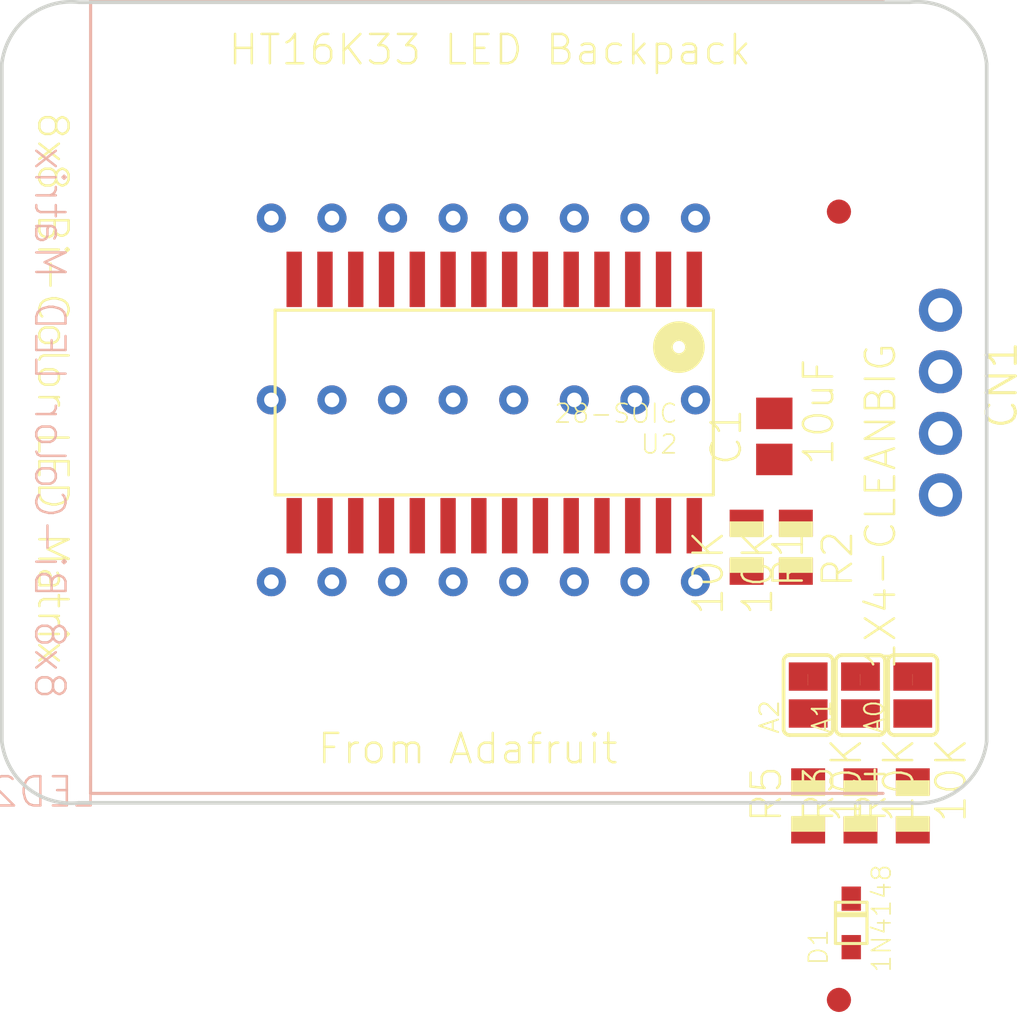
<source format=kicad_pcb>
(kicad_pcb (version 20171130) (host pcbnew "(5.0.0-rc2-dev-623-g26197c333)")

  (general
    (thickness 1.6)
    (drawings 23)
    (tracks 0)
    (zones 0)
    (modules 15)
    (nets 33)
  )

  (page A4)
  (layers
    (0 Top signal)
    (1 Route2 signal hide)
    (2 Route3 signal hide)
    (3 Route4 signal hide)
    (4 Route5 signal hide)
    (5 Route6 signal hide)
    (6 Route7 signal hide)
    (7 Route8 signal hide)
    (8 Route9 signal hide)
    (9 Route10 signal hide)
    (10 Route11 signal hide)
    (11 Route12 signal hide)
    (12 Route13 signal hide)
    (13 Route14 signal hide)
    (14 Route15 signal hide)
    (31 Bottom signal hide)
    (32 B.Adhes user hide)
    (33 F.Adhes user hide)
    (34 B.Paste user hide)
    (35 F.Paste user)
    (36 B.SilkS user hide)
    (37 F.SilkS user)
    (38 B.Mask user hide)
    (39 F.Mask user)
    (40 Dwgs.User user hide)
    (41 Cmts.User user hide)
    (42 Eco1.User user hide)
    (43 Eco2.User user hide)
    (44 Edge.Cuts user)
    (45 Margin user hide)
    (46 B.CrtYd user hide)
    (47 F.CrtYd user)
    (48 B.Fab user hide)
    (49 F.Fab user)
  )

  (setup
    (last_trace_width 0.25)
    (trace_clearance 0.2)
    (zone_clearance 0.508)
    (zone_45_only no)
    (trace_min 0.2)
    (segment_width 0.2)
    (edge_width 0.15)
    (via_size 0.8)
    (via_drill 0.4)
    (via_min_size 0.4)
    (via_min_drill 0.3)
    (uvia_size 0.3)
    (uvia_drill 0.1)
    (uvias_allowed no)
    (uvia_min_size 0.2)
    (uvia_min_drill 0.1)
    (pcb_text_width 0.3)
    (pcb_text_size 1.5 1.5)
    (mod_edge_width 0.15)
    (mod_text_size 1 1)
    (mod_text_width 0.15)
    (pad_size 1.524 1.524)
    (pad_drill 0.762)
    (pad_to_mask_clearance 0.2)
    (aux_axis_origin 0 0)
    (visible_elements 7FFFFFFF)
    (pcbplotparams
      (layerselection 0x010fc_ffffffff)
      (usegerberextensions false)
      (usegerberattributes false)
      (usegerberadvancedattributes false)
      (creategerberjobfile false)
      (excludeedgelayer true)
      (linewidth 0.100000)
      (plotframeref false)
      (viasonmask false)
      (mode 1)
      (useauxorigin false)
      (hpglpennumber 1)
      (hpglpenspeed 20)
      (hpglpendiameter 15)
      (psnegative false)
      (psa4output false)
      (plotreference true)
      (plotvalue true)
      (plotinvisibletext false)
      (padsonsilk false)
      (subtractmaskfromsilk false)
      (outputformat 1)
      (mirror false)
      (drillshape 1)
      (scaleselection 1)
      (outputdirectory ""))
  )

  (net 0 "")
  (net 1 VDD)
  (net 2 GND)
  (net 3 /SCL)
  (net 4 /SDA)
  (net 5 /A1)
  (net 6 "Net-(A1-Pad1)")
  (net 7 /A0)
  (net 8 "Net-(A0-Pad1)")
  (net 9 "Net-(D1-PadC)")
  (net 10 "Net-(LED2-Pad13)")
  (net 11 "Net-(LED2-Pad14)")
  (net 12 "Net-(LED2-Pad15)")
  (net 13 "Net-(LED2-Pad12)")
  (net 14 "Net-(LED2-Pad11)")
  (net 15 "Net-(LED2-Pad10)")
  (net 16 "Net-(LED2-Pad9)")
  (net 17 "Net-(LED2-Pad23)")
  (net 18 "Net-(D1-PadA)")
  (net 19 "Net-(LED2-Pad20)")
  (net 20 "Net-(LED2-Pad19)")
  (net 21 "Net-(LED2-Pad17)")
  (net 22 "Net-(LED2-Pad8)")
  (net 23 "Net-(LED2-Pad5)")
  (net 24 "Net-(LED2-Pad4)")
  (net 25 "Net-(A2-Pad1)")
  (net 26 "Net-(LED2-Pad24)")
  (net 27 "Net-(LED2-Pad22)")
  (net 28 "Net-(LED2-Pad21)")
  (net 29 "Net-(LED2-Pad18)")
  (net 30 "Net-(LED2-Pad3)")
  (net 31 "Net-(LED2-Pad2)")
  (net 32 "Net-(LED2-Pad1)")

  (net_class Default "This is the default net class."
    (clearance 0.2)
    (trace_width 0.25)
    (via_dia 0.8)
    (via_drill 0.4)
    (uvia_dia 0.3)
    (uvia_drill 0.1)
    (add_net /A0)
    (add_net /A1)
    (add_net /SCL)
    (add_net /SDA)
    (add_net GND)
    (add_net "Net-(A0-Pad1)")
    (add_net "Net-(A1-Pad1)")
    (add_net "Net-(A2-Pad1)")
    (add_net "Net-(D1-PadA)")
    (add_net "Net-(D1-PadC)")
    (add_net "Net-(LED2-Pad1)")
    (add_net "Net-(LED2-Pad10)")
    (add_net "Net-(LED2-Pad11)")
    (add_net "Net-(LED2-Pad12)")
    (add_net "Net-(LED2-Pad13)")
    (add_net "Net-(LED2-Pad14)")
    (add_net "Net-(LED2-Pad15)")
    (add_net "Net-(LED2-Pad17)")
    (add_net "Net-(LED2-Pad18)")
    (add_net "Net-(LED2-Pad19)")
    (add_net "Net-(LED2-Pad2)")
    (add_net "Net-(LED2-Pad20)")
    (add_net "Net-(LED2-Pad21)")
    (add_net "Net-(LED2-Pad22)")
    (add_net "Net-(LED2-Pad23)")
    (add_net "Net-(LED2-Pad24)")
    (add_net "Net-(LED2-Pad3)")
    (add_net "Net-(LED2-Pad4)")
    (add_net "Net-(LED2-Pad5)")
    (add_net "Net-(LED2-Pad8)")
    (add_net "Net-(LED2-Pad9)")
    (add_net VDD)
  )

  (module "Adafruit bicolor 8x8:788AHG" (layer Bottom) (tedit 5AEB3DF5) (tstamp 5AEB611F)
    (at 148.195 104.775)
    (descr "<b>Source: </b>http://www.betlux.com/product/led_dot_matrix/BL-M12A883xx.PDF")
    (path /221661FE)
    (fp_text reference LED2 (at -16 17) (layer B.SilkS)
      (effects (font (size 1.2065 1.2065) (thickness 0.1016)) (justify left bottom mirror))
    )
    (fp_text value DISP_SEGMENT_8X8_BICOLOR_ROWCATHODEMI2A883XX (at -16 -18) (layer B.SilkS)
      (effects (font (size 1.2065 1.2065) (thickness 0.1016)) (justify left bottom mirror))
    )
    (fp_poly (pts (xy 22.47 9.96) (xy 25.47 9.96) (xy 25.47 12.96) (xy 22.47 12.96)) (layer B.Fab) (width 0))
    (fp_line (start -16.35 -16.35) (end -16.35 16.35) (layer B.Fab) (width 0.127))
    (fp_line (start 16.35 -16.35) (end -16.35 -16.35) (layer B.Fab) (width 0.127))
    (fp_line (start -16.35 16.35) (end 16.35 16.35) (layer B.Fab) (width 0.127))
    (fp_line (start -16.35 -16.35) (end -16.35 16.35) (layer B.SilkS) (width 0.127))
    (fp_line (start 16.35 -16.35) (end -16.35 -16.35) (layer B.SilkS) (width 0.127))
    (fp_line (start -16.35 16.35) (end 16.35 16.35) (layer B.SilkS) (width 0.127))
    (pad 24 thru_hole circle (at 8.61 -7.38 180) (size 1.2 1.2) (drill 0.6) (layers *.Cu *.Mask)
      (net 26 "Net-(LED2-Pad24)") (solder_mask_margin 0.1016))
    (pad 23 thru_hole circle (at 6.11 -7.38 180) (size 1.2 1.2) (drill 0.6) (layers *.Cu *.Mask)
      (net 17 "Net-(LED2-Pad23)") (solder_mask_margin 0.1016))
    (pad 22 thru_hole circle (at 3.61 -7.38 180) (size 1.2 1.2) (drill 0.6) (layers *.Cu *.Mask)
      (net 27 "Net-(LED2-Pad22)") (solder_mask_margin 0.1016))
    (pad 21 thru_hole circle (at 1.11 -7.38 180) (size 1.2 1.2) (drill 0.6) (layers *.Cu *.Mask)
      (net 28 "Net-(LED2-Pad21)") (solder_mask_margin 0.1016))
    (pad 20 thru_hole circle (at -1.39 -7.38 180) (size 1.2 1.2) (drill 0.6) (layers *.Cu *.Mask)
      (net 19 "Net-(LED2-Pad20)") (solder_mask_margin 0.1016))
    (pad 19 thru_hole circle (at -3.89 -7.38 180) (size 1.2 1.2) (drill 0.6) (layers *.Cu *.Mask)
      (net 20 "Net-(LED2-Pad19)") (solder_mask_margin 0.1016))
    (pad 18 thru_hole circle (at -6.39 -7.38 180) (size 1.2 1.2) (drill 0.6) (layers *.Cu *.Mask)
      (net 29 "Net-(LED2-Pad18)") (solder_mask_margin 0.1016))
    (pad 17 thru_hole circle (at -8.89 -7.38 180) (size 1.2 1.2) (drill 0.6) (layers *.Cu *.Mask)
      (net 21 "Net-(LED2-Pad17)") (solder_mask_margin 0.1016))
    (pad 16 thru_hole circle (at 8.61 0.12 180) (size 1.2 1.2) (drill 0.6) (layers *.Cu *.Mask)
      (net 18 "Net-(D1-PadA)") (solder_mask_margin 0.1016))
    (pad 15 thru_hole circle (at 6.11 0.12 180) (size 1.2 1.2) (drill 0.6) (layers *.Cu *.Mask)
      (net 12 "Net-(LED2-Pad15)") (solder_mask_margin 0.1016))
    (pad 14 thru_hole circle (at 3.61 0.12 180) (size 1.2 1.2) (drill 0.6) (layers *.Cu *.Mask)
      (net 11 "Net-(LED2-Pad14)") (solder_mask_margin 0.1016))
    (pad 13 thru_hole circle (at 1.11 0.12 180) (size 1.2 1.2) (drill 0.6) (layers *.Cu *.Mask)
      (net 10 "Net-(LED2-Pad13)") (solder_mask_margin 0.1016))
    (pad 12 thru_hole circle (at -1.39 0.12 180) (size 1.2 1.2) (drill 0.6) (layers *.Cu *.Mask)
      (net 13 "Net-(LED2-Pad12)") (solder_mask_margin 0.1016))
    (pad 11 thru_hole circle (at -3.89 0.12 180) (size 1.2 1.2) (drill 0.6) (layers *.Cu *.Mask)
      (net 14 "Net-(LED2-Pad11)") (solder_mask_margin 0.1016))
    (pad 10 thru_hole circle (at -6.39 0.12 180) (size 1.2 1.2) (drill 0.6) (layers *.Cu *.Mask)
      (net 15 "Net-(LED2-Pad10)") (solder_mask_margin 0.1016))
    (pad 9 thru_hole circle (at -8.89 0.12 180) (size 1.2 1.2) (drill 0.6) (layers *.Cu *.Mask)
      (net 16 "Net-(LED2-Pad9)") (solder_mask_margin 0.1016))
    (pad 8 thru_hole circle (at 8.61 7.62 180) (size 1.2 1.2) (drill 0.6) (layers *.Cu *.Mask)
      (net 22 "Net-(LED2-Pad8)") (solder_mask_margin 0.1016))
    (pad 7 thru_hole circle (at 6.11 7.62 180) (size 1.2 1.2) (drill 0.6) (layers *.Cu *.Mask)
      (net 5 /A1) (solder_mask_margin 0.1016))
    (pad 6 thru_hole circle (at 3.61 7.62 180) (size 1.2 1.2) (drill 0.6) (layers *.Cu *.Mask)
      (net 7 /A0) (solder_mask_margin 0.1016))
    (pad 5 thru_hole circle (at 1.11 7.62 180) (size 1.2 1.2) (drill 0.6) (layers *.Cu *.Mask)
      (net 23 "Net-(LED2-Pad5)") (solder_mask_margin 0.1016))
    (pad 4 thru_hole circle (at -1.39 7.62 180) (size 1.2 1.2) (drill 0.6) (layers *.Cu *.Mask)
      (net 24 "Net-(LED2-Pad4)") (solder_mask_margin 0.1016))
    (pad 3 thru_hole circle (at -3.89 7.62 180) (size 1.2 1.2) (drill 0.6) (layers *.Cu *.Mask)
      (net 30 "Net-(LED2-Pad3)") (solder_mask_margin 0.1016))
    (pad 2 thru_hole circle (at -6.39 7.62 180) (size 1.2 1.2) (drill 0.6) (layers *.Cu *.Mask)
      (net 31 "Net-(LED2-Pad2)") (solder_mask_margin 0.1016))
    (pad 1 thru_hole circle (at -8.89 7.62 180) (size 1.2 1.2) (drill 0.6) (layers *.Cu *.Mask)
      (net 32 "Net-(LED2-Pad1)") (solder_mask_margin 0.1016))
  )

  (module "Adafruit bicolor 8x8:R0805" (layer Top) (tedit 0) (tstamp 5AE9B84A)
    (at 158.9151 110.9726 270)
    (descr "<b>RESISTOR</b><p>\nchip")
    (path /DE04AF3C)
    (fp_text reference R1 (at -0.762 -1.016 270) (layer F.SilkS)
      (effects (font (size 1.2065 1.2065) (thickness 0.1016)) (justify right top))
    )
    (fp_text value 10K (at -0.762 2.286 270) (layer F.SilkS)
      (effects (font (size 1.2065 1.2065) (thickness 0.1016)) (justify right top))
    )
    (fp_poly (pts (xy -0.1999 0.5001) (xy 0.1999 0.5001) (xy 0.1999 -0.5001) (xy -0.1999 -0.5001)) (layer F.Adhes) (width 0))
    (fp_poly (pts (xy -1.0668 0.6985) (xy -0.4168 0.6985) (xy -0.4168 -0.7015) (xy -1.0668 -0.7015)) (layer F.SilkS) (width 0))
    (fp_poly (pts (xy 0.4064 0.6985) (xy 1.0564 0.6985) (xy 1.0564 -0.7015) (xy 0.4064 -0.7015)) (layer F.SilkS) (width 0))
    (fp_line (start -1.973 0.983) (end -1.973 -0.983) (layer Dwgs.User) (width 0.0508))
    (fp_line (start 1.973 0.983) (end -1.973 0.983) (layer Dwgs.User) (width 0.0508))
    (fp_line (start 1.973 -0.983) (end 1.973 0.983) (layer Dwgs.User) (width 0.0508))
    (fp_line (start -1.973 -0.983) (end 1.973 -0.983) (layer Dwgs.User) (width 0.0508))
    (fp_line (start -0.41 0.635) (end 0.41 0.635) (layer F.Fab) (width 0.1524))
    (fp_line (start -0.41 -0.635) (end 0.41 -0.635) (layer F.Fab) (width 0.1524))
    (pad 2 smd rect (at 1 0 270) (size 1.1 1.4) (layers Top F.Paste F.Mask)
      (net 3 /SCL) (solder_mask_margin 0.1016))
    (pad 1 smd rect (at -1 0 270) (size 1.1 1.4) (layers Top F.Paste F.Mask)
      (net 1 VDD) (solder_mask_margin 0.1016))
  )

  (module "Adafruit bicolor 8x8:R0805" (layer Top) (tedit 0) (tstamp 5AE9B858)
    (at 160.9471 110.9726 270)
    (descr "<b>RESISTOR</b><p>\nchip")
    (path /0F3C4881)
    (fp_text reference R2 (at -0.762 -1.016 270) (layer F.SilkS)
      (effects (font (size 1.2065 1.2065) (thickness 0.1016)) (justify right top))
    )
    (fp_text value 10K (at -0.762 2.286 270) (layer F.SilkS)
      (effects (font (size 1.2065 1.2065) (thickness 0.1016)) (justify right top))
    )
    (fp_poly (pts (xy -0.1999 0.5001) (xy 0.1999 0.5001) (xy 0.1999 -0.5001) (xy -0.1999 -0.5001)) (layer F.Adhes) (width 0))
    (fp_poly (pts (xy -1.0668 0.6985) (xy -0.4168 0.6985) (xy -0.4168 -0.7015) (xy -1.0668 -0.7015)) (layer F.SilkS) (width 0))
    (fp_poly (pts (xy 0.4064 0.6985) (xy 1.0564 0.6985) (xy 1.0564 -0.7015) (xy 0.4064 -0.7015)) (layer F.SilkS) (width 0))
    (fp_line (start -1.973 0.983) (end -1.973 -0.983) (layer Dwgs.User) (width 0.0508))
    (fp_line (start 1.973 0.983) (end -1.973 0.983) (layer Dwgs.User) (width 0.0508))
    (fp_line (start 1.973 -0.983) (end 1.973 0.983) (layer Dwgs.User) (width 0.0508))
    (fp_line (start -1.973 -0.983) (end 1.973 -0.983) (layer Dwgs.User) (width 0.0508))
    (fp_line (start -0.41 0.635) (end 0.41 0.635) (layer F.Fab) (width 0.1524))
    (fp_line (start -0.41 -0.635) (end 0.41 -0.635) (layer F.Fab) (width 0.1524))
    (pad 2 smd rect (at 1 0 270) (size 1.1 1.4) (layers Top F.Paste F.Mask)
      (net 4 /SDA) (solder_mask_margin 0.1016))
    (pad 1 smd rect (at -1 0 270) (size 1.1 1.4) (layers Top F.Paste F.Mask)
      (net 1 VDD) (solder_mask_margin 0.1016))
  )

  (module "Adafruit bicolor 8x8:1X04-CLEANBIG" (layer Top) (tedit 0) (tstamp 5AE9B866)
    (at 166.9161 105.0036 270)
    (path /496D2C97)
    (fp_text reference CN1 (at -2.6162 -1.8288 270) (layer F.SilkS)
      (effects (font (size 1.2065 1.2065) (thickness 0.127)) (justify right top))
    )
    (fp_text value 1X4-CLEANBIG (at -2.54 3.175 270) (layer F.SilkS)
      (effects (font (size 1.2065 1.2065) (thickness 0.1016)) (justify right top))
    )
    (fp_poly (pts (xy -4.064 0.254) (xy -3.556 0.254) (xy -3.556 -0.254) (xy -4.064 -0.254)) (layer F.Fab) (width 0))
    (fp_poly (pts (xy -1.524 0.254) (xy -1.016 0.254) (xy -1.016 -0.254) (xy -1.524 -0.254)) (layer F.Fab) (width 0))
    (fp_poly (pts (xy 1.016 0.254) (xy 1.524 0.254) (xy 1.524 -0.254) (xy 1.016 -0.254)) (layer F.Fab) (width 0))
    (fp_poly (pts (xy 3.556 0.254) (xy 4.064 0.254) (xy 4.064 -0.254) (xy 3.556 -0.254)) (layer F.Fab) (width 0))
    (pad 4 thru_hole circle (at 3.81 0) (size 1.778 1.778) (drill 1.016) (layers *.Cu *.Mask)
      (net 1 VDD) (solder_mask_margin 0.1016))
    (pad 3 thru_hole circle (at 1.27 0) (size 1.778 1.778) (drill 1.016) (layers *.Cu *.Mask)
      (net 2 GND) (solder_mask_margin 0.1016))
    (pad 2 thru_hole circle (at -1.27 0) (size 1.778 1.778) (drill 1.016) (layers *.Cu *.Mask)
      (net 4 /SDA) (solder_mask_margin 0.1016))
    (pad 1 thru_hole circle (at -3.81 0) (size 1.778 1.778) (drill 1.016) (layers *.Cu *.Mask)
      (net 3 /SCL) (solder_mask_margin 0.1016))
  )

  (module "Adafruit bicolor 8x8:SOLDERJUMPER_REFLOW_NOPASTE" (layer Top) (tedit 0) (tstamp 5AE9B871)
    (at 163.6141 117.0686 90)
    (path /EA64C37F)
    (fp_text reference A1 (at -1.651 -1.143 90) (layer F.SilkS)
      (effects (font (size 0.77216 0.77216) (thickness 0.08128)) (justify left bottom))
    )
    (fp_text value SOLDERJUMPERREFLOW_NOPASTE (at 0.4001 0 90) (layer F.SilkS)
      (effects (font (size 0.019 0.019) (thickness 0.0016)) (justify left bottom))
    )
    (fp_poly (pts (xy -0.0762 0.9144) (xy 0.0762 0.9144) (xy 0.0762 -0.9144) (xy -0.0762 -0.9144)) (layer F.Mask) (width 0))
    (fp_arc (start 0.254 0) (end 0.254 -0.127) (angle 180) (layer F.Fab) (width 1.27))
    (fp_arc (start -0.254 0) (end -0.254 0.127) (angle 180) (layer F.Fab) (width 1.27))
    (fp_line (start -1.016 0) (end -1.524 0) (layer F.Fab) (width 0.1524))
    (fp_line (start 1.016 0) (end 1.524 0) (layer F.Fab) (width 0.1524))
    (fp_line (start -1.397 -1.016) (end 1.397 -1.016) (layer F.SilkS) (width 0.1524))
    (fp_line (start -1.651 0.762) (end -1.651 -0.762) (layer F.SilkS) (width 0.1524))
    (fp_line (start 1.651 0.762) (end 1.651 -0.762) (layer F.SilkS) (width 0.1524))
    (fp_arc (start 1.397 0.762) (end 1.397 1.016) (angle -90) (layer F.SilkS) (width 0.1524))
    (fp_arc (start -1.397 0.762) (end -1.651 0.762) (angle -90) (layer F.SilkS) (width 0.1524))
    (fp_arc (start -1.397 -0.762) (end -1.651 -0.762) (angle 90) (layer F.SilkS) (width 0.1524))
    (fp_arc (start 1.397 -0.762) (end 1.397 -1.016) (angle 90) (layer F.SilkS) (width 0.1524))
    (fp_line (start 1.397 1.016) (end -1.397 1.016) (layer F.SilkS) (width 0.1524))
    (pad 2 smd rect (at 0.762 0 90) (size 1.1684 1.6002) (layers Top F.Mask)
      (net 5 /A1) (solder_mask_margin 0.1016))
    (pad 1 smd rect (at -0.762 0 90) (size 1.1684 1.6002) (layers Top F.Mask)
      (net 6 "Net-(A1-Pad1)") (solder_mask_margin 0.1016))
  )

  (module "Adafruit bicolor 8x8:SOLDERJUMPER_REFLOW_NOPASTE" (layer Top) (tedit 0) (tstamp 5AE9B883)
    (at 165.7731 117.0686 90)
    (path /CA8A32A2)
    (fp_text reference A0 (at -1.651 -1.143 90) (layer F.SilkS)
      (effects (font (size 0.77216 0.77216) (thickness 0.08128)) (justify left bottom))
    )
    (fp_text value SOLDERJUMPERREFLOW_NOPASTE (at 0.4001 0 90) (layer F.SilkS)
      (effects (font (size 0.019 0.019) (thickness 0.0016)) (justify left bottom))
    )
    (fp_poly (pts (xy -0.0762 0.9144) (xy 0.0762 0.9144) (xy 0.0762 -0.9144) (xy -0.0762 -0.9144)) (layer F.Mask) (width 0))
    (fp_arc (start 0.254 0) (end 0.254 -0.127) (angle 180) (layer F.Fab) (width 1.27))
    (fp_arc (start -0.254 0) (end -0.254 0.127) (angle 180) (layer F.Fab) (width 1.27))
    (fp_line (start -1.016 0) (end -1.524 0) (layer F.Fab) (width 0.1524))
    (fp_line (start 1.016 0) (end 1.524 0) (layer F.Fab) (width 0.1524))
    (fp_line (start -1.397 -1.016) (end 1.397 -1.016) (layer F.SilkS) (width 0.1524))
    (fp_line (start -1.651 0.762) (end -1.651 -0.762) (layer F.SilkS) (width 0.1524))
    (fp_line (start 1.651 0.762) (end 1.651 -0.762) (layer F.SilkS) (width 0.1524))
    (fp_arc (start 1.397 0.762) (end 1.397 1.016) (angle -90) (layer F.SilkS) (width 0.1524))
    (fp_arc (start -1.397 0.762) (end -1.651 0.762) (angle -90) (layer F.SilkS) (width 0.1524))
    (fp_arc (start -1.397 -0.762) (end -1.651 -0.762) (angle 90) (layer F.SilkS) (width 0.1524))
    (fp_arc (start 1.397 -0.762) (end 1.397 -1.016) (angle 90) (layer F.SilkS) (width 0.1524))
    (fp_line (start 1.397 1.016) (end -1.397 1.016) (layer F.SilkS) (width 0.1524))
    (pad 2 smd rect (at 0.762 0 90) (size 1.1684 1.6002) (layers Top F.Mask)
      (net 7 /A0) (solder_mask_margin 0.1016))
    (pad 1 smd rect (at -0.762 0 90) (size 1.1684 1.6002) (layers Top F.Mask)
      (net 8 "Net-(A0-Pad1)") (solder_mask_margin 0.1016))
  )

  (module "Adafruit bicolor 8x8:FIDUCIAL_1MM" (layer Top) (tedit 0) (tstamp 5AE9B895)
    (at 162.7251 97.1296)
    (path /89E33A62)
    (fp_text reference U$1 (at 0 0) (layer F.SilkS) hide
      (effects (font (size 1.27 1.27) (thickness 0.15)))
    )
    (fp_text value FIDUCIAL (at 0 0) (layer F.SilkS) hide
      (effects (font (size 1.27 1.27) (thickness 0.15)))
    )
    (fp_poly (pts (xy -1 0) (xy -0.974928 0.222521) (xy -0.900969 0.433884) (xy -0.781831 0.62349)
      (xy -0.62349 0.781831) (xy -0.433884 0.900969) (xy 0 1) (xy 0.222521 0.974928)
      (xy 0.433884 0.900969) (xy 0.62349 0.781831) (xy 0.781831 0.62349) (xy 0.900969 0.433884)
      (xy 1 0) (xy 0.974928 -0.222521) (xy 0.900969 -0.433884) (xy 0.781831 -0.62349)
      (xy 0.62349 -0.781831) (xy 0.433884 -0.900969) (xy 0 -1) (xy -0.222521 -0.974928)
      (xy -0.433884 -0.900969) (xy -0.62349 -0.781831) (xy -0.781831 -0.62349) (xy -0.900969 -0.433884)) (layer Dwgs.User) (width 0))
    (fp_poly (pts (xy -1 0) (xy -0.974928 0.222521) (xy -0.900969 0.433884) (xy -0.781831 0.62349)
      (xy -0.62349 0.781831) (xy -0.433884 0.900969) (xy 0 1) (xy 0.222521 0.974928)
      (xy 0.433884 0.900969) (xy 0.62349 0.781831) (xy 0.781831 0.62349) (xy 0.900969 0.433884)
      (xy 1 0) (xy 0.974928 -0.222521) (xy 0.900969 -0.433884) (xy 0.781831 -0.62349)
      (xy 0.62349 -0.781831) (xy 0.433884 -0.900969) (xy 0 -1) (xy -0.222521 -0.974928)
      (xy -0.433884 -0.900969) (xy -0.62349 -0.781831) (xy -0.781831 -0.62349) (xy -0.900969 -0.433884)) (layer F.Mask) (width 0))
    (pad 1 smd roundrect (at 0 0) (size 1 1) (layers Top F.Mask)(roundrect_rratio 0.5)
      (solder_mask_margin 0.1016))
  )

  (module "Adafruit bicolor 8x8:FIDUCIAL_1MM" (layer Top) (tedit 0) (tstamp 5AE9B89B)
    (at 162.7251 129.6416)
    (path /87B7DF34)
    (fp_text reference U$2 (at 0 0) (layer F.SilkS) hide
      (effects (font (size 1.27 1.27) (thickness 0.15)))
    )
    (fp_text value FIDUCIAL (at 0 0) (layer F.SilkS) hide
      (effects (font (size 1.27 1.27) (thickness 0.15)))
    )
    (fp_poly (pts (xy -1 0) (xy -0.974928 0.222521) (xy -0.900969 0.433884) (xy -0.781831 0.62349)
      (xy -0.62349 0.781831) (xy -0.433884 0.900969) (xy 0 1) (xy 0.222521 0.974928)
      (xy 0.433884 0.900969) (xy 0.62349 0.781831) (xy 0.781831 0.62349) (xy 0.900969 0.433884)
      (xy 1 0) (xy 0.974928 -0.222521) (xy 0.900969 -0.433884) (xy 0.781831 -0.62349)
      (xy 0.62349 -0.781831) (xy 0.433884 -0.900969) (xy 0 -1) (xy -0.222521 -0.974928)
      (xy -0.433884 -0.900969) (xy -0.62349 -0.781831) (xy -0.781831 -0.62349) (xy -0.900969 -0.433884)) (layer Dwgs.User) (width 0))
    (fp_poly (pts (xy -1 0) (xy -0.974928 0.222521) (xy -0.900969 0.433884) (xy -0.781831 0.62349)
      (xy -0.62349 0.781831) (xy -0.433884 0.900969) (xy 0 1) (xy 0.222521 0.974928)
      (xy 0.433884 0.900969) (xy 0.62349 0.781831) (xy 0.781831 0.62349) (xy 0.900969 0.433884)
      (xy 1 0) (xy 0.974928 -0.222521) (xy 0.900969 -0.433884) (xy 0.781831 -0.62349)
      (xy 0.62349 -0.781831) (xy 0.433884 -0.900969) (xy 0 -1) (xy -0.222521 -0.974928)
      (xy -0.433884 -0.900969) (xy -0.62349 -0.781831) (xy -0.781831 -0.62349) (xy -0.900969 -0.433884)) (layer F.Mask) (width 0))
    (pad 1 smd roundrect (at 0 0) (size 1 1) (layers Top F.Mask)(roundrect_rratio 0.5)
      (solder_mask_margin 0.1016))
  )

  (module "Adafruit bicolor 8x8:C0805" (layer Top) (tedit 0) (tstamp 5AE9B8A1)
    (at 160.0581 106.4006 90)
    (descr "<b>CAPACITOR</b><p>\nPad definition corrected 2006.05.15, librarian@cadsoft.de")
    (path /E7D47EA7)
    (fp_text reference C1 (at -1.27 -1.27 90) (layer F.SilkS)
      (effects (font (size 1.2065 1.2065) (thickness 0.1016)) (justify left bottom))
    )
    (fp_text value 10uF (at -1.27 2.54 90) (layer F.SilkS)
      (effects (font (size 1.2065 1.2065) (thickness 0.1016)) (justify left bottom))
    )
    (fp_poly (pts (xy -0.1001 0.4001) (xy 0.1001 0.4001) (xy 0.1001 -0.4001) (xy -0.1001 -0.4001)) (layer F.Adhes) (width 0))
    (fp_poly (pts (xy 0.3556 0.7239) (xy 1.1057 0.7239) (xy 1.1057 -0.7262) (xy 0.3556 -0.7262)) (layer F.Fab) (width 0))
    (fp_poly (pts (xy -1.0922 0.7239) (xy -0.3421 0.7239) (xy -0.3421 -0.7262) (xy -1.0922 -0.7262)) (layer F.Fab) (width 0))
    (fp_line (start 1.973 -0.983) (end 1.973 0.983) (layer Dwgs.User) (width 0.0508))
    (fp_line (start -0.356 0.66) (end 0.381 0.66) (layer F.Fab) (width 0.1016))
    (fp_line (start -0.381 -0.66) (end 0.381 -0.66) (layer F.Fab) (width 0.1016))
    (fp_line (start -1.973 0.983) (end -1.973 -0.983) (layer Dwgs.User) (width 0.0508))
    (fp_line (start 1.973 0.983) (end -1.973 0.983) (layer Dwgs.User) (width 0.0508))
    (fp_line (start -1.973 -0.983) (end 1.973 -0.983) (layer Dwgs.User) (width 0.0508))
    (pad 2 smd rect (at 0.95 0 90) (size 1.3 1.5) (layers Top F.Paste F.Mask)
      (net 2 GND) (solder_mask_margin 0.1016))
    (pad 1 smd rect (at -0.95 0 90) (size 1.3 1.5) (layers Top F.Paste F.Mask)
      (net 1 VDD) (solder_mask_margin 0.1016))
  )

  (module "Adafruit bicolor 8x8:R0805" (layer Top) (tedit 0) (tstamp 5AE9B8AF)
    (at 163.6141 121.6406 90)
    (descr "<b>RESISTOR</b><p>\nchip")
    (path /2A684572)
    (fp_text reference R3 (at -0.762 -1.016 90) (layer F.SilkS)
      (effects (font (size 1.2065 1.2065) (thickness 0.1016)) (justify left bottom))
    )
    (fp_text value 10K (at -0.762 2.286 90) (layer F.SilkS)
      (effects (font (size 1.2065 1.2065) (thickness 0.1016)) (justify left bottom))
    )
    (fp_poly (pts (xy -0.1999 0.5001) (xy 0.1999 0.5001) (xy 0.1999 -0.5001) (xy -0.1999 -0.5001)) (layer F.Adhes) (width 0))
    (fp_poly (pts (xy -1.0668 0.6985) (xy -0.4168 0.6985) (xy -0.4168 -0.7015) (xy -1.0668 -0.7015)) (layer F.SilkS) (width 0))
    (fp_poly (pts (xy 0.4064 0.6985) (xy 1.0564 0.6985) (xy 1.0564 -0.7015) (xy 0.4064 -0.7015)) (layer F.SilkS) (width 0))
    (fp_line (start -1.973 0.983) (end -1.973 -0.983) (layer Dwgs.User) (width 0.0508))
    (fp_line (start 1.973 0.983) (end -1.973 0.983) (layer Dwgs.User) (width 0.0508))
    (fp_line (start 1.973 -0.983) (end 1.973 0.983) (layer Dwgs.User) (width 0.0508))
    (fp_line (start -1.973 -0.983) (end 1.973 -0.983) (layer Dwgs.User) (width 0.0508))
    (fp_line (start -0.41 0.635) (end 0.41 0.635) (layer F.Fab) (width 0.1524))
    (fp_line (start -0.41 -0.635) (end 0.41 -0.635) (layer F.Fab) (width 0.1524))
    (pad 2 smd rect (at 1 0 90) (size 1.1 1.4) (layers Top F.Paste F.Mask)
      (net 6 "Net-(A1-Pad1)") (solder_mask_margin 0.1016))
    (pad 1 smd rect (at -1 0 90) (size 1.1 1.4) (layers Top F.Paste F.Mask)
      (net 9 "Net-(D1-PadC)") (solder_mask_margin 0.1016))
  )

  (module "Adafruit bicolor 8x8:R0805" (layer Top) (tedit 0) (tstamp 5AE9B8BD)
    (at 165.7731 121.6406 90)
    (descr "<b>RESISTOR</b><p>\nchip")
    (path /30FCCEAE)
    (fp_text reference R4 (at -0.762 -1.016 90) (layer F.SilkS)
      (effects (font (size 1.2065 1.2065) (thickness 0.1016)) (justify left bottom))
    )
    (fp_text value 10K (at -0.762 2.286 90) (layer F.SilkS)
      (effects (font (size 1.2065 1.2065) (thickness 0.1016)) (justify left bottom))
    )
    (fp_poly (pts (xy -0.1999 0.5001) (xy 0.1999 0.5001) (xy 0.1999 -0.5001) (xy -0.1999 -0.5001)) (layer F.Adhes) (width 0))
    (fp_poly (pts (xy -1.0668 0.6985) (xy -0.4168 0.6985) (xy -0.4168 -0.7015) (xy -1.0668 -0.7015)) (layer F.SilkS) (width 0))
    (fp_poly (pts (xy 0.4064 0.6985) (xy 1.0564 0.6985) (xy 1.0564 -0.7015) (xy 0.4064 -0.7015)) (layer F.SilkS) (width 0))
    (fp_line (start -1.973 0.983) (end -1.973 -0.983) (layer Dwgs.User) (width 0.0508))
    (fp_line (start 1.973 0.983) (end -1.973 0.983) (layer Dwgs.User) (width 0.0508))
    (fp_line (start 1.973 -0.983) (end 1.973 0.983) (layer Dwgs.User) (width 0.0508))
    (fp_line (start -1.973 -0.983) (end 1.973 -0.983) (layer Dwgs.User) (width 0.0508))
    (fp_line (start -0.41 0.635) (end 0.41 0.635) (layer F.Fab) (width 0.1524))
    (fp_line (start -0.41 -0.635) (end 0.41 -0.635) (layer F.Fab) (width 0.1524))
    (pad 2 smd rect (at 1 0 90) (size 1.1 1.4) (layers Top F.Paste F.Mask)
      (net 8 "Net-(A0-Pad1)") (solder_mask_margin 0.1016))
    (pad 1 smd rect (at -1 0 90) (size 1.1 1.4) (layers Top F.Paste F.Mask)
      (net 9 "Net-(D1-PadC)") (solder_mask_margin 0.1016))
  )

  (module "Adafruit bicolor 8x8:SOP28_300MIL" (layer Top) (tedit 0) (tstamp 5AE9B92E)
    (at 148.5011 105.0036 180)
    (path /73CE8659)
    (fp_text reference U2 (at -7.62 -1.27 180) (layer F.SilkS)
      (effects (font (size 0.77216 0.77216) (thickness 0.065024)) (justify right top))
    )
    (fp_text value 28-SOIC (at -7.62 0 180) (layer F.SilkS)
      (effects (font (size 0.77216 0.77216) (thickness 0.065024)) (justify right top))
    )
    (fp_poly (pts (xy -8.001 -5.5879) (xy -8.509 -5.5879) (xy -8.509 -3.8735) (xy -8.001 -3.8735)) (layer F.Fab) (width 0))
    (fp_poly (pts (xy -6.731 -5.5879) (xy -7.239 -5.5879) (xy -7.239 -3.8735) (xy -6.731 -3.8735)) (layer F.Fab) (width 0))
    (fp_poly (pts (xy -5.461 -5.5879) (xy -5.969 -5.5879) (xy -5.969 -3.8735) (xy -5.461 -3.8735)) (layer F.Fab) (width 0))
    (fp_poly (pts (xy -4.191 -5.5879) (xy -4.699 -5.5879) (xy -4.699 -3.8735) (xy -4.191 -3.8735)) (layer F.Fab) (width 0))
    (fp_poly (pts (xy -2.921 -5.5879) (xy -3.429 -5.5879) (xy -3.429 -3.8735) (xy -2.921 -3.8735)) (layer F.Fab) (width 0))
    (fp_poly (pts (xy -1.651 -5.5879) (xy -2.159 -5.5879) (xy -2.159 -3.8735) (xy -1.651 -3.8735)) (layer F.Fab) (width 0))
    (fp_poly (pts (xy -0.381 -5.5879) (xy -0.889 -5.5879) (xy -0.889 -3.8735) (xy -0.381 -3.8735)) (layer F.Fab) (width 0))
    (fp_poly (pts (xy 0.889 -5.5879) (xy 0.381 -5.5879) (xy 0.381 -3.8735) (xy 0.889 -3.8735)) (layer F.Fab) (width 0))
    (fp_poly (pts (xy 2.159 -5.5879) (xy 1.651 -5.5879) (xy 1.651 -3.8735) (xy 2.159 -3.8735)) (layer F.Fab) (width 0))
    (fp_poly (pts (xy 3.429 -5.5879) (xy 2.921 -5.5879) (xy 2.921 -3.8735) (xy 3.429 -3.8735)) (layer F.Fab) (width 0))
    (fp_poly (pts (xy 4.699 -5.5879) (xy 4.191 -5.5879) (xy 4.191 -3.8735) (xy 4.699 -3.8735)) (layer F.Fab) (width 0))
    (fp_poly (pts (xy 5.969 -5.5879) (xy 5.461 -5.5879) (xy 5.461 -3.8735) (xy 5.969 -3.8735)) (layer F.Fab) (width 0))
    (fp_poly (pts (xy 7.239 -5.5879) (xy 6.731 -5.5879) (xy 6.731 -3.8735) (xy 7.239 -3.8735)) (layer F.Fab) (width 0))
    (fp_poly (pts (xy 8.509 -5.5879) (xy 8.001 -5.5879) (xy 8.001 -3.8735) (xy 8.509 -3.8735)) (layer F.Fab) (width 0))
    (fp_poly (pts (xy 8.001 5.5879) (xy 8.509 5.5879) (xy 8.509 3.8735) (xy 8.001 3.8735)) (layer F.Fab) (width 0))
    (fp_poly (pts (xy 6.731 5.5879) (xy 7.239 5.5879) (xy 7.239 3.8735) (xy 6.731 3.8735)) (layer F.Fab) (width 0))
    (fp_poly (pts (xy 5.461 5.5879) (xy 5.969 5.5879) (xy 5.969 3.8735) (xy 5.461 3.8735)) (layer F.Fab) (width 0))
    (fp_poly (pts (xy 4.191 5.5879) (xy 4.699 5.5879) (xy 4.699 3.8735) (xy 4.191 3.8735)) (layer F.Fab) (width 0))
    (fp_poly (pts (xy 2.921 5.5879) (xy 3.429 5.5879) (xy 3.429 3.8735) (xy 2.921 3.8735)) (layer F.Fab) (width 0))
    (fp_poly (pts (xy 1.651 5.5879) (xy 2.159 5.5879) (xy 2.159 3.8735) (xy 1.651 3.8735)) (layer F.Fab) (width 0))
    (fp_poly (pts (xy 0.381 5.5879) (xy 0.889 5.5879) (xy 0.889 3.8735) (xy 0.381 3.8735)) (layer F.Fab) (width 0))
    (fp_poly (pts (xy -0.889 5.5879) (xy -0.381 5.5879) (xy -0.381 3.8735) (xy -0.889 3.8735)) (layer F.Fab) (width 0))
    (fp_poly (pts (xy -2.159 5.5879) (xy -1.651 5.5879) (xy -1.651 3.8735) (xy -2.159 3.8735)) (layer F.Fab) (width 0))
    (fp_poly (pts (xy -3.429 5.5879) (xy -2.921 5.5879) (xy -2.921 3.8735) (xy -3.429 3.8735)) (layer F.Fab) (width 0))
    (fp_poly (pts (xy -4.699 5.5879) (xy -4.191 5.5879) (xy -4.191 3.8735) (xy -4.699 3.8735)) (layer F.Fab) (width 0))
    (fp_poly (pts (xy -5.969 5.5879) (xy -5.461 5.5879) (xy -5.461 3.8735) (xy -5.969 3.8735)) (layer F.Fab) (width 0))
    (fp_poly (pts (xy -7.239 5.5879) (xy -6.731 5.5879) (xy -6.731 3.8735) (xy -7.239 3.8735)) (layer F.Fab) (width 0))
    (fp_poly (pts (xy -8.509 5.588) (xy -8.001 5.588) (xy -8.001 3.8735) (xy -8.509 3.8735)) (layer F.Fab) (width 0))
    (fp_circle (center -7.62 2.286) (end -7.366 2.286) (layer F.SilkS) (width 0.8128))
    (fp_line (start -9.0424 3.81) (end 9.0424 3.81) (layer F.SilkS) (width 0.127))
    (fp_line (start 9.0424 3.81) (end 9.0424 -3.81) (layer F.SilkS) (width 0.127))
    (fp_line (start -9.0424 -3.81) (end -9.0424 3.81) (layer F.SilkS) (width 0.127))
    (fp_line (start 9.0424 -3.81) (end -9.0424 -3.81) (layer F.SilkS) (width 0.127))
    (fp_line (start -8.8646 3.302) (end 8.8646 3.302) (layer F.Fab) (width 0.127))
    (fp_line (start -8.8646 -3.302) (end -8.8646 3.302) (layer F.Fab) (width 0.127))
    (fp_line (start 8.8646 -3.302) (end -8.8646 -3.302) (layer F.Fab) (width 0.127))
    (fp_line (start 8.8646 3.302) (end 8.8646 -3.302) (layer F.Fab) (width 0.127))
    (fp_line (start -9.0424 3.81) (end 9.0424 3.81) (layer F.Fab) (width 0.127))
    (fp_line (start -9.0424 -3.81) (end -9.0424 3.81) (layer F.Fab) (width 0.127))
    (fp_line (start 9.0424 -3.81) (end -9.0424 -3.81) (layer F.Fab) (width 0.127))
    (fp_line (start 9.0424 3.81) (end 9.0424 -3.81) (layer F.Fab) (width 0.127))
    (pad P$28 smd rect (at -8.255 -5.08) (size 0.635 2.286) (layers Top F.Paste F.Mask)
      (net 1 VDD) (solder_mask_margin 0.1016))
    (pad P$27 smd rect (at -6.985 -5.08) (size 0.635 2.286) (layers Top F.Paste F.Mask)
      (net 4 /SDA) (solder_mask_margin 0.1016))
    (pad P$26 smd rect (at -5.715 -5.08) (size 0.635 2.286) (layers Top F.Paste F.Mask)
      (net 3 /SCL) (solder_mask_margin 0.1016))
    (pad P$25 smd rect (at -4.445 -5.08) (size 0.635 2.286) (layers Top F.Paste F.Mask)
      (net 22 "Net-(LED2-Pad8)") (solder_mask_margin 0.1016))
    (pad P$24 smd rect (at -3.175 -5.08) (size 0.635 2.286) (layers Top F.Paste F.Mask)
      (net 5 /A1) (solder_mask_margin 0.1016))
    (pad P$23 smd rect (at -1.905 -5.08) (size 0.635 2.286) (layers Top F.Paste F.Mask)
      (net 7 /A0) (solder_mask_margin 0.1016))
    (pad P$22 smd rect (at -0.635 -5.08) (size 0.635 2.286) (layers Top F.Paste F.Mask)
      (net 23 "Net-(LED2-Pad5)") (solder_mask_margin 0.1016))
    (pad P$21 smd rect (at 0.635 -5.08) (size 0.635 2.286) (layers Top F.Paste F.Mask)
      (net 24 "Net-(LED2-Pad4)") (solder_mask_margin 0.1016))
    (pad P$20 smd rect (at 1.905 -5.08) (size 0.635 2.286) (layers Top F.Paste F.Mask)
      (net 30 "Net-(LED2-Pad3)") (solder_mask_margin 0.1016))
    (pad P$19 smd rect (at 3.175 -5.08) (size 0.635 2.286) (layers Top F.Paste F.Mask)
      (net 31 "Net-(LED2-Pad2)") (solder_mask_margin 0.1016))
    (pad P$18 smd rect (at 4.445 -5.08) (size 0.635 2.286) (layers Top F.Paste F.Mask)
      (net 32 "Net-(LED2-Pad1)") (solder_mask_margin 0.1016))
    (pad P$17 smd rect (at 5.715 -5.08) (size 0.635 2.286) (layers Top F.Paste F.Mask)
      (net 20 "Net-(LED2-Pad19)") (solder_mask_margin 0.1016))
    (pad P$16 smd rect (at 6.985 -5.08) (size 0.635 2.286) (layers Top F.Paste F.Mask)
      (net 29 "Net-(LED2-Pad18)") (solder_mask_margin 0.1016))
    (pad P$15 smd rect (at 8.255 -5.08) (size 0.635 2.286) (layers Top F.Paste F.Mask)
      (net 21 "Net-(LED2-Pad17)") (solder_mask_margin 0.1016))
    (pad P$14 smd rect (at 8.255 5.08 180) (size 0.635 2.286) (layers Top F.Paste F.Mask)
      (net 19 "Net-(LED2-Pad20)") (solder_mask_margin 0.1016))
    (pad P$13 smd rect (at 6.985 5.08 180) (size 0.635 2.286) (layers Top F.Paste F.Mask)
      (net 28 "Net-(LED2-Pad21)") (solder_mask_margin 0.1016))
    (pad P$12 smd rect (at 5.715 5.08 180) (size 0.635 2.286) (layers Top F.Paste F.Mask)
      (net 27 "Net-(LED2-Pad22)") (solder_mask_margin 0.1016))
    (pad P$11 smd rect (at 4.445 5.08 180) (size 0.635 2.286) (layers Top F.Paste F.Mask)
      (net 17 "Net-(LED2-Pad23)") (solder_mask_margin 0.1016))
    (pad P$10 smd rect (at 3.175 5.08 180) (size 0.635 2.286) (layers Top F.Paste F.Mask)
      (net 26 "Net-(LED2-Pad24)") (solder_mask_margin 0.1016))
    (pad P$9 smd rect (at 1.905 5.08 180) (size 0.635 2.286) (layers Top F.Paste F.Mask)
      (net 16 "Net-(LED2-Pad9)") (solder_mask_margin 0.1016))
    (pad P$8 smd rect (at 0.635 5.08 180) (size 0.635 2.286) (layers Top F.Paste F.Mask)
      (net 15 "Net-(LED2-Pad10)") (solder_mask_margin 0.1016))
    (pad P$7 smd rect (at -0.635 5.08 180) (size 0.635 2.286) (layers Top F.Paste F.Mask)
      (net 14 "Net-(LED2-Pad11)") (solder_mask_margin 0.1016))
    (pad P$6 smd rect (at -1.905 5.08 180) (size 0.635 2.286) (layers Top F.Paste F.Mask)
      (net 13 "Net-(LED2-Pad12)") (solder_mask_margin 0.1016))
    (pad P$5 smd rect (at -3.175 5.08 180) (size 0.635 2.286) (layers Top F.Paste F.Mask)
      (net 10 "Net-(LED2-Pad13)") (solder_mask_margin 0.1016))
    (pad P$4 smd rect (at -4.445 5.08 180) (size 0.635 2.286) (layers Top F.Paste F.Mask)
      (net 11 "Net-(LED2-Pad14)") (solder_mask_margin 0.1016))
    (pad P$3 smd rect (at -5.715 5.08 180) (size 0.635 2.286) (layers Top F.Paste F.Mask)
      (net 12 "Net-(LED2-Pad15)") (solder_mask_margin 0.1016))
    (pad P$2 smd rect (at -6.985 5.08 180) (size 0.635 2.286) (layers Top F.Paste F.Mask)
      (net 18 "Net-(D1-PadA)") (solder_mask_margin 0.1016))
    (pad P$1 smd rect (at -8.255 5.08 180) (size 0.635 2.286) (layers Top F.Paste F.Mask)
      (net 2 GND) (solder_mask_margin 0.1016))
  )

  (module "Adafruit bicolor 8x8:R0805" (layer Top) (tedit 0) (tstamp 5AE9B976)
    (at 161.4551 121.6406 90)
    (descr "<b>RESISTOR</b><p>\nchip")
    (path /40871C63)
    (fp_text reference R5 (at -0.762 -1.016 90) (layer F.SilkS)
      (effects (font (size 1.2065 1.2065) (thickness 0.1016)) (justify left bottom))
    )
    (fp_text value 10K (at -0.762 2.286 90) (layer F.SilkS)
      (effects (font (size 1.2065 1.2065) (thickness 0.1016)) (justify left bottom))
    )
    (fp_poly (pts (xy -0.1999 0.5001) (xy 0.1999 0.5001) (xy 0.1999 -0.5001) (xy -0.1999 -0.5001)) (layer F.Adhes) (width 0))
    (fp_poly (pts (xy -1.0668 0.6985) (xy -0.4168 0.6985) (xy -0.4168 -0.7015) (xy -1.0668 -0.7015)) (layer F.SilkS) (width 0))
    (fp_poly (pts (xy 0.4064 0.6985) (xy 1.0564 0.6985) (xy 1.0564 -0.7015) (xy 0.4064 -0.7015)) (layer F.SilkS) (width 0))
    (fp_line (start -1.973 0.983) (end -1.973 -0.983) (layer Dwgs.User) (width 0.0508))
    (fp_line (start 1.973 0.983) (end -1.973 0.983) (layer Dwgs.User) (width 0.0508))
    (fp_line (start 1.973 -0.983) (end 1.973 0.983) (layer Dwgs.User) (width 0.0508))
    (fp_line (start -1.973 -0.983) (end 1.973 -0.983) (layer Dwgs.User) (width 0.0508))
    (fp_line (start -0.41 0.635) (end 0.41 0.635) (layer F.Fab) (width 0.1524))
    (fp_line (start -0.41 -0.635) (end 0.41 -0.635) (layer F.Fab) (width 0.1524))
    (pad 2 smd rect (at 1 0 90) (size 1.1 1.4) (layers Top F.Paste F.Mask)
      (net 25 "Net-(A2-Pad1)") (solder_mask_margin 0.1016))
    (pad 1 smd rect (at -1 0 90) (size 1.1 1.4) (layers Top F.Paste F.Mask)
      (net 9 "Net-(D1-PadC)") (solder_mask_margin 0.1016))
  )

  (module "Adafruit bicolor 8x8:SOLDERJUMPER_REFLOW_NOPASTE" (layer Top) (tedit 0) (tstamp 5AE9B984)
    (at 161.4551 117.0686 90)
    (path /08E3D46F)
    (fp_text reference A2 (at -1.651 -1.143 90) (layer F.SilkS)
      (effects (font (size 0.77216 0.77216) (thickness 0.08128)) (justify left bottom))
    )
    (fp_text value SOLDERJUMPERREFLOW_NOPASTE (at 0.4001 0 90) (layer F.SilkS)
      (effects (font (size 0.019 0.019) (thickness 0.0016)) (justify left bottom))
    )
    (fp_poly (pts (xy -0.0762 0.9144) (xy 0.0762 0.9144) (xy 0.0762 -0.9144) (xy -0.0762 -0.9144)) (layer F.Mask) (width 0))
    (fp_arc (start 0.254 0) (end 0.254 -0.127) (angle 180) (layer F.Fab) (width 1.27))
    (fp_arc (start -0.254 0) (end -0.254 0.127) (angle 180) (layer F.Fab) (width 1.27))
    (fp_line (start -1.016 0) (end -1.524 0) (layer F.Fab) (width 0.1524))
    (fp_line (start 1.016 0) (end 1.524 0) (layer F.Fab) (width 0.1524))
    (fp_line (start -1.397 -1.016) (end 1.397 -1.016) (layer F.SilkS) (width 0.1524))
    (fp_line (start -1.651 0.762) (end -1.651 -0.762) (layer F.SilkS) (width 0.1524))
    (fp_line (start 1.651 0.762) (end 1.651 -0.762) (layer F.SilkS) (width 0.1524))
    (fp_arc (start 1.397 0.762) (end 1.397 1.016) (angle -90) (layer F.SilkS) (width 0.1524))
    (fp_arc (start -1.397 0.762) (end -1.651 0.762) (angle -90) (layer F.SilkS) (width 0.1524))
    (fp_arc (start -1.397 -0.762) (end -1.651 -0.762) (angle 90) (layer F.SilkS) (width 0.1524))
    (fp_arc (start 1.397 -0.762) (end 1.397 -1.016) (angle 90) (layer F.SilkS) (width 0.1524))
    (fp_line (start 1.397 1.016) (end -1.397 1.016) (layer F.SilkS) (width 0.1524))
    (pad 2 smd rect (at 0.762 0 90) (size 1.1684 1.6002) (layers Top F.Mask)
      (net 5 /A1) (solder_mask_margin 0.1016))
    (pad 1 smd rect (at -0.762 0 90) (size 1.1684 1.6002) (layers Top F.Mask)
      (net 25 "Net-(A2-Pad1)") (solder_mask_margin 0.1016))
  )

  (module "Adafruit bicolor 8x8:SOD-323F" (layer Top) (tedit 0) (tstamp 5AE9B996)
    (at 163.2331 126.4666 90)
    (path /AE17BF77)
    (fp_text reference D1 (at -1.8 -0.9 90) (layer F.SilkS)
      (effects (font (size 0.77216 0.77216) (thickness 0.065024)) (justify left bottom))
    )
    (fp_text value 1N4148 (at -2.1 1.7 90) (layer F.SilkS)
      (effects (font (size 0.77216 0.77216) (thickness 0.065024)) (justify left bottom))
    )
    (fp_line (start 1.2 0.2) (end 0.9 0.2) (layer F.Fab) (width 0.127))
    (fp_line (start 1.2 -0.2) (end 1.2 0.2) (layer F.Fab) (width 0.127))
    (fp_line (start 0.9 -0.2) (end 1.2 -0.2) (layer F.Fab) (width 0.127))
    (fp_line (start -1.2 0.2) (end -0.9 0.2) (layer F.Fab) (width 0.127))
    (fp_line (start -1.2 -0.2) (end -1.2 0.2) (layer F.Fab) (width 0.127))
    (fp_line (start -0.9 -0.2) (end -1.2 -0.2) (layer F.Fab) (width 0.127))
    (fp_line (start 0.3 0.6) (end 0.3 -0.6) (layer F.SilkS) (width 0.127))
    (fp_line (start 0.4 0.6) (end 0.3 0.6) (layer F.SilkS) (width 0.127))
    (fp_line (start 0.4 -0.6) (end 0.4 0.6) (layer F.SilkS) (width 0.127))
    (fp_line (start -0.85 0.65) (end -0.85 -0.65) (layer F.SilkS) (width 0.127))
    (fp_line (start 0.85 0.65) (end -0.85 0.65) (layer F.SilkS) (width 0.127))
    (fp_line (start 0.85 -0.65) (end 0.85 0.65) (layer F.SilkS) (width 0.127))
    (fp_line (start -0.85 -0.65) (end 0.85 -0.65) (layer F.SilkS) (width 0.127))
    (pad C smd rect (at 1 0 90) (size 1 0.8) (layers Top F.Paste F.Mask)
      (net 9 "Net-(D1-PadC)") (solder_mask_margin 0.1016))
    (pad A smd rect (at -1 0 90) (size 1 0.8) (layers Top F.Paste F.Mask)
      (net 18 "Net-(D1-PadA)") (solder_mask_margin 0.1016))
  )

  (gr_arc (start 131.0386 91.3511) (end 128.1811 91.0336) (angle 90) (layer Edge.Cuts) (width 0.15) (tstamp D736340))
  (gr_line (start 131.3561 88.4936) (end 165.6461 88.4936) (layer Edge.Cuts) (width 0.15) (tstamp D735260))
  (gr_arc (start 165.9636 91.3511) (end 165.6461 88.4936) (angle 90) (layer Edge.Cuts) (width 0.15) (tstamp D735D00))
  (gr_line (start 168.8211 91.0336) (end 168.8211 118.9736) (layer Edge.Cuts) (width 0.15) (tstamp D735DA0))
  (gr_arc (start 165.9636 118.6561) (end 168.8211 118.9736) (angle 90) (layer Edge.Cuts) (width 0.15) (tstamp D735800))
  (gr_line (start 165.6461 121.5136) (end 131.3561 121.5136) (layer Edge.Cuts) (width 0.15) (tstamp D7358A0))
  (gr_arc (start 131.0386 118.6561) (end 131.3561 121.5136) (angle 90) (layer Edge.Cuts) (width 0.15) (tstamp D7359E0))
  (gr_line (start 128.1811 118.9736) (end 128.1811 91.0336) (layer Edge.Cuts) (width 0.15) (tstamp D7363E0))
  (gr_text SDA (at 165.5191 103.0986) (layer F.Fab) (tstamp D736480)
    (effects (font (size 0.9652 0.9652) (thickness 0.08128)) (justify right top))
  )
  (gr_text SCL (at 165.5191 100.5586) (layer F.Fab) (tstamp D738820)
    (effects (font (size 0.9652 0.9652) (thickness 0.08128)) (justify right top))
  )
  (gr_text VCC (at 165.5191 108.3056) (layer F.Fab) (tstamp D7374C0)
    (effects (font (size 0.9652 0.9652) (thickness 0.08128)) (justify right top))
  )
  (gr_text GND (at 165.5191 105.7656) (layer F.Fab) (tstamp D7377E0)
    (effects (font (size 0.9652 0.9652) (thickness 0.08128)) (justify right top))
  )
  (gr_text "From Adafruit" (at 141.1351 119.9896) (layer F.SilkS) (tstamp D7390E0)
    (effects (font (size 1.2065 1.2065) (thickness 0.1016)) (justify left bottom))
  )
  (gr_text "HT16K33 LED Backpack" (at 137.4521 91.1606) (layer F.SilkS) (tstamp D737560)
    (effects (font (size 1.2065 1.2065) (thickness 0.1016)) (justify left bottom))
  )
  (gr_text A0 (at 137.0711 108.9406) (layer F.Fab) (tstamp D7376A0)
    (effects (font (size 0.9652 0.9652) (thickness 0.08128)) (justify left bottom))
  )
  (gr_text A1 (at 162.8521 124.8156) (layer F.Fab) (tstamp D738320)
    (effects (font (size 0.9652 0.9652) (thickness 0.08128)) (justify left bottom))
  )
  (gr_text A2 (at 160.5661 124.8156) (layer F.Fab) (tstamp D739900)
    (effects (font (size 0.9652 0.9652) (thickness 0.08128)) (justify left bottom))
  )
  (gr_text "8x8 Bi-Color LED Matrix" (at 129.5781 92.9386 270) (layer F.SilkS) (tstamp D738C80)
    (effects (font (size 1.2065 1.2065) (thickness 0.1016)) (justify left bottom))
  )
  (gr_text D (at 168.0591 102.3366 -90) (layer B.Fab) (tstamp D737E20)
    (effects (font (size 0.9652 0.9652) (thickness 0.08128)) (justify mirror))
  )
  (gr_text C (at 168.0591 99.9236 -90) (layer B.Fab) (tstamp D7386E0)
    (effects (font (size 0.9652 0.9652) (thickness 0.08128)) (justify mirror))
  )
  (gr_text - (at 168.0591 107.4166 -90) (layer B.Fab) (tstamp D738460)
    (effects (font (size 0.9652 0.9652) (thickness 0.08128)) (justify right top mirror))
  )
  (gr_text + (at 167.9321 109.9566) (layer B.Fab) (tstamp D738BE0)
    (effects (font (size 0.9652 0.9652) (thickness 0.08128)) (justify mirror))
  )
  (gr_text "8x8 Bi-Color LED Matrix" (at 129.4511 117.3226 -90) (layer B.SilkS) (tstamp D7371A0)
    (effects (font (size 1.2065 1.2065) (thickness 0.1016)) (justify left bottom mirror))
  )

  (zone (net 2) (net_name GND) (layer Bottom) (tstamp 7BF1F10) (hatch edge 0.508)
    (priority 6)
    (connect_pads (clearance 0))
    (min_thickness 0.3048)
    (fill (arc_segments 32) (thermal_gap 0.3548) (thermal_bridge_width 0.3548))
    (polygon
      (pts
        (xy 127.5461 88.4936) (xy 169.0751 88.4936) (xy 169.0751 121.5136) (xy 127.5461 121.5136)
      )
    )
  )
)

</source>
